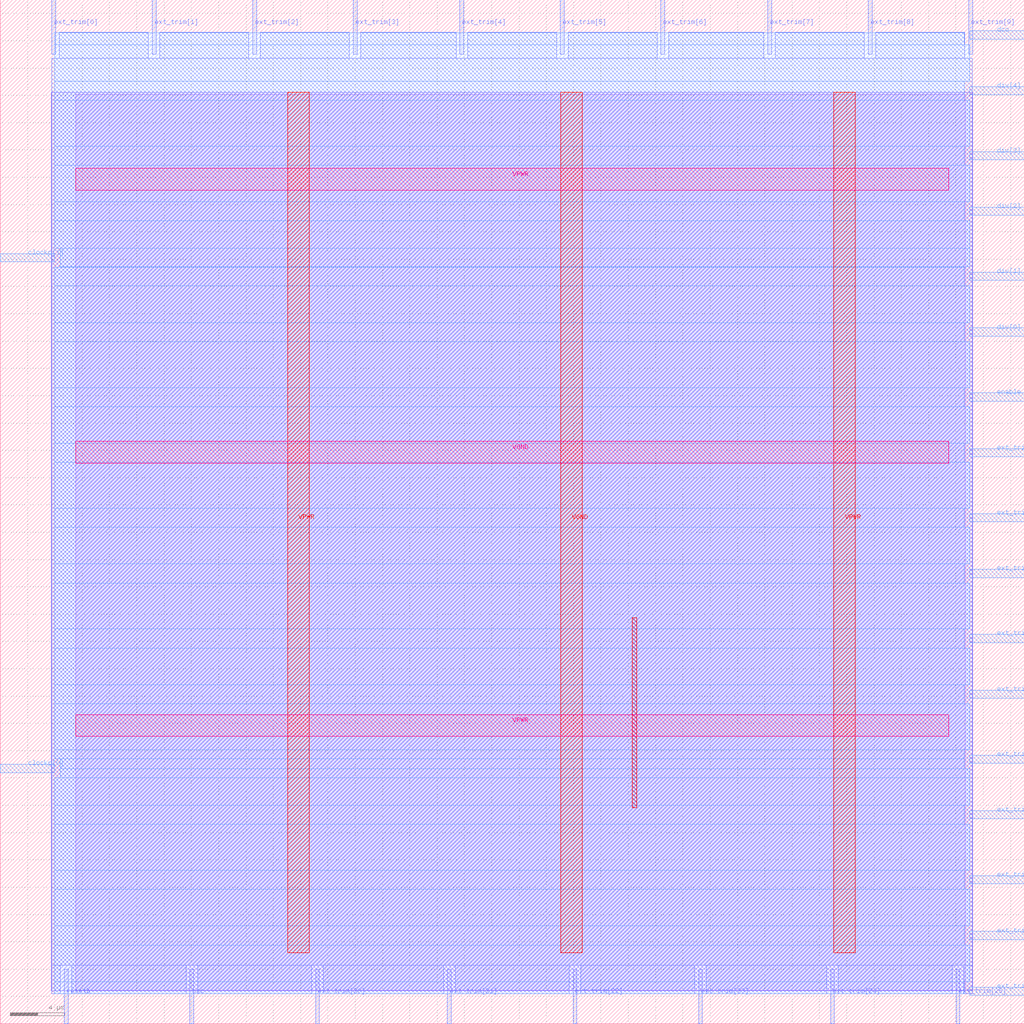
<source format=lef>
VERSION 5.7 ;
  NOWIREEXTENSIONATPIN ON ;
  DIVIDERCHAR "/" ;
  BUSBITCHARS "[]" ;
MACRO digital_pll
  CLASS BLOCK ;
  FOREIGN digital_pll ;
  ORIGIN 0.000 0.000 ;
  SIZE 75.000 BY 75.000 ;
  PIN VGND
    DIRECTION INPUT ;
    USE GROUND ;
    PORT
      LAYER met5 ;
        RECT 5.520 41.050 69.460 42.650 ;
    END
    PORT
      LAYER met4 ;
        RECT 41.040 5.200 42.640 68.240 ;
    END
  END VGND
  PIN VPWR
    DIRECTION INPUT ;
    USE POWER ;
    PORT
      LAYER met5 ;
        RECT 5.520 21.050 69.460 22.650 ;
    END
    PORT
      LAYER met5 ;
        RECT 5.520 61.050 69.460 62.650 ;
    END
    PORT
      LAYER met4 ;
        RECT 21.040 5.200 22.640 68.240 ;
    END
    PORT
      LAYER met4 ;
        RECT 61.040 5.200 62.640 68.240 ;
    END
  END VPWR
  PIN clockp[0]
    DIRECTION OUTPUT TRISTATE ;
    USE SIGNAL ;
    PORT
      LAYER met3 ;
        RECT 0.000 18.400 4.000 19.000 ;
    END
  END clockp[0]
  PIN clockp[1]
    DIRECTION OUTPUT TRISTATE ;
    USE SIGNAL ;
    PORT
      LAYER met3 ;
        RECT 0.000 55.800 4.000 56.400 ;
    END
  END clockp[1]
  PIN dco
    DIRECTION INPUT ;
    USE SIGNAL ;
    PORT
      LAYER met3 ;
        RECT 71.000 72.120 75.000 72.720 ;
    END
  END dco
  PIN div[0]
    DIRECTION INPUT ;
    USE SIGNAL ;
    PORT
      LAYER met3 ;
        RECT 71.000 50.360 75.000 50.960 ;
    END
  END div[0]
  PIN div[1]
    DIRECTION INPUT ;
    USE SIGNAL ;
    PORT
      LAYER met3 ;
        RECT 71.000 54.440 75.000 55.040 ;
    END
  END div[1]
  PIN div[2]
    DIRECTION INPUT ;
    USE SIGNAL ;
    PORT
      LAYER met3 ;
        RECT 71.000 59.200 75.000 59.800 ;
    END
  END div[2]
  PIN div[3]
    DIRECTION INPUT ;
    USE SIGNAL ;
    PORT
      LAYER met3 ;
        RECT 71.000 63.280 75.000 63.880 ;
    END
  END div[3]
  PIN div[4]
    DIRECTION INPUT ;
    USE SIGNAL ;
    PORT
      LAYER met3 ;
        RECT 71.000 68.040 75.000 68.640 ;
    END
  END div[4]
  PIN enable
    DIRECTION INPUT ;
    USE SIGNAL ;
    PORT
      LAYER met3 ;
        RECT 71.000 45.600 75.000 46.200 ;
    END
  END enable
  PIN ext_trim[0]
    DIRECTION INPUT ;
    USE SIGNAL ;
    PORT
      LAYER met2 ;
        RECT 3.770 71.000 4.050 75.000 ;
    END
  END ext_trim[0]
  PIN ext_trim[10]
    DIRECTION INPUT ;
    USE SIGNAL ;
    PORT
      LAYER met3 ;
        RECT 71.000 2.080 75.000 2.680 ;
    END
  END ext_trim[10]
  PIN ext_trim[11]
    DIRECTION INPUT ;
    USE SIGNAL ;
    PORT
      LAYER met3 ;
        RECT 71.000 6.160 75.000 6.760 ;
    END
  END ext_trim[11]
  PIN ext_trim[12]
    DIRECTION INPUT ;
    USE SIGNAL ;
    PORT
      LAYER met3 ;
        RECT 71.000 10.240 75.000 10.840 ;
    END
  END ext_trim[12]
  PIN ext_trim[13]
    DIRECTION INPUT ;
    USE SIGNAL ;
    PORT
      LAYER met3 ;
        RECT 71.000 15.000 75.000 15.600 ;
    END
  END ext_trim[13]
  PIN ext_trim[14]
    DIRECTION INPUT ;
    USE SIGNAL ;
    PORT
      LAYER met3 ;
        RECT 71.000 19.080 75.000 19.680 ;
    END
  END ext_trim[14]
  PIN ext_trim[15]
    DIRECTION INPUT ;
    USE SIGNAL ;
    PORT
      LAYER met3 ;
        RECT 71.000 23.840 75.000 24.440 ;
    END
  END ext_trim[15]
  PIN ext_trim[16]
    DIRECTION INPUT ;
    USE SIGNAL ;
    PORT
      LAYER met3 ;
        RECT 71.000 27.920 75.000 28.520 ;
    END
  END ext_trim[16]
  PIN ext_trim[17]
    DIRECTION INPUT ;
    USE SIGNAL ;
    PORT
      LAYER met3 ;
        RECT 71.000 32.680 75.000 33.280 ;
    END
  END ext_trim[17]
  PIN ext_trim[18]
    DIRECTION INPUT ;
    USE SIGNAL ;
    PORT
      LAYER met3 ;
        RECT 71.000 36.760 75.000 37.360 ;
    END
  END ext_trim[18]
  PIN ext_trim[19]
    DIRECTION INPUT ;
    USE SIGNAL ;
    PORT
      LAYER met3 ;
        RECT 71.000 41.520 75.000 42.120 ;
    END
  END ext_trim[19]
  PIN ext_trim[1]
    DIRECTION INPUT ;
    USE SIGNAL ;
    PORT
      LAYER met2 ;
        RECT 11.130 71.000 11.410 75.000 ;
    END
  END ext_trim[1]
  PIN ext_trim[20]
    DIRECTION INPUT ;
    USE SIGNAL ;
    PORT
      LAYER met2 ;
        RECT 23.090 0.000 23.370 4.000 ;
    END
  END ext_trim[20]
  PIN ext_trim[21]
    DIRECTION INPUT ;
    USE SIGNAL ;
    PORT
      LAYER met2 ;
        RECT 32.750 0.000 33.030 4.000 ;
    END
  END ext_trim[21]
  PIN ext_trim[22]
    DIRECTION INPUT ;
    USE SIGNAL ;
    PORT
      LAYER met2 ;
        RECT 41.950 0.000 42.230 4.000 ;
    END
  END ext_trim[22]
  PIN ext_trim[23]
    DIRECTION INPUT ;
    USE SIGNAL ;
    PORT
      LAYER met2 ;
        RECT 51.150 0.000 51.430 4.000 ;
    END
  END ext_trim[23]
  PIN ext_trim[24]
    DIRECTION INPUT ;
    USE SIGNAL ;
    PORT
      LAYER met2 ;
        RECT 60.810 0.000 61.090 4.000 ;
    END
  END ext_trim[24]
  PIN ext_trim[25]
    DIRECTION INPUT ;
    USE SIGNAL ;
    PORT
      LAYER met2 ;
        RECT 70.010 0.000 70.290 4.000 ;
    END
  END ext_trim[25]
  PIN ext_trim[2]
    DIRECTION INPUT ;
    USE SIGNAL ;
    PORT
      LAYER met2 ;
        RECT 18.490 71.000 18.770 75.000 ;
    END
  END ext_trim[2]
  PIN ext_trim[3]
    DIRECTION INPUT ;
    USE SIGNAL ;
    PORT
      LAYER met2 ;
        RECT 25.850 71.000 26.130 75.000 ;
    END
  END ext_trim[3]
  PIN ext_trim[4]
    DIRECTION INPUT ;
    USE SIGNAL ;
    PORT
      LAYER met2 ;
        RECT 33.670 71.000 33.950 75.000 ;
    END
  END ext_trim[4]
  PIN ext_trim[5]
    DIRECTION INPUT ;
    USE SIGNAL ;
    PORT
      LAYER met2 ;
        RECT 41.030 71.000 41.310 75.000 ;
    END
  END ext_trim[5]
  PIN ext_trim[6]
    DIRECTION INPUT ;
    USE SIGNAL ;
    PORT
      LAYER met2 ;
        RECT 48.390 71.000 48.670 75.000 ;
    END
  END ext_trim[6]
  PIN ext_trim[7]
    DIRECTION INPUT ;
    USE SIGNAL ;
    PORT
      LAYER met2 ;
        RECT 56.210 71.000 56.490 75.000 ;
    END
  END ext_trim[7]
  PIN ext_trim[8]
    DIRECTION INPUT ;
    USE SIGNAL ;
    PORT
      LAYER met2 ;
        RECT 63.570 71.000 63.850 75.000 ;
    END
  END ext_trim[8]
  PIN ext_trim[9]
    DIRECTION INPUT ;
    USE SIGNAL ;
    PORT
      LAYER met2 ;
        RECT 70.930 71.000 71.210 75.000 ;
    END
  END ext_trim[9]
  PIN osc
    DIRECTION INPUT ;
    USE SIGNAL ;
    PORT
      LAYER met2 ;
        RECT 13.890 0.000 14.170 4.000 ;
    END
  END osc
  PIN resetb
    DIRECTION INPUT ;
    USE SIGNAL ;
    PORT
      LAYER met2 ;
        RECT 4.690 0.000 4.970 4.000 ;
    END
  END resetb
  OBS
      LAYER li1 ;
        RECT 5.520 2.465 70.695 68.085 ;
      LAYER met1 ;
        RECT 3.750 2.420 71.230 68.240 ;
      LAYER met2 ;
        RECT 4.330 70.720 10.850 72.605 ;
        RECT 11.690 70.720 18.210 72.605 ;
        RECT 19.050 70.720 25.570 72.605 ;
        RECT 26.410 70.720 33.390 72.605 ;
        RECT 34.230 70.720 40.750 72.605 ;
        RECT 41.590 70.720 48.110 72.605 ;
        RECT 48.950 70.720 55.930 72.605 ;
        RECT 56.770 70.720 63.290 72.605 ;
        RECT 64.130 70.720 70.650 72.605 ;
        RECT 3.780 4.280 71.200 70.720 ;
        RECT 3.780 2.195 4.410 4.280 ;
        RECT 5.250 2.195 13.610 4.280 ;
        RECT 14.450 2.195 22.810 4.280 ;
        RECT 23.650 2.195 32.470 4.280 ;
        RECT 33.310 2.195 41.670 4.280 ;
        RECT 42.510 2.195 50.870 4.280 ;
        RECT 51.710 2.195 60.530 4.280 ;
        RECT 61.370 2.195 69.730 4.280 ;
        RECT 70.570 2.195 71.200 4.280 ;
      LAYER met3 ;
        RECT 4.000 71.720 70.600 72.585 ;
        RECT 4.000 69.040 71.000 71.720 ;
        RECT 4.000 67.640 70.600 69.040 ;
        RECT 4.000 64.280 71.000 67.640 ;
        RECT 4.000 62.880 70.600 64.280 ;
        RECT 4.000 60.200 71.000 62.880 ;
        RECT 4.000 58.800 70.600 60.200 ;
        RECT 4.000 56.800 71.000 58.800 ;
        RECT 4.400 55.440 71.000 56.800 ;
        RECT 4.400 55.400 70.600 55.440 ;
        RECT 4.000 54.040 70.600 55.400 ;
        RECT 4.000 51.360 71.000 54.040 ;
        RECT 4.000 49.960 70.600 51.360 ;
        RECT 4.000 46.600 71.000 49.960 ;
        RECT 4.000 45.200 70.600 46.600 ;
        RECT 4.000 42.520 71.000 45.200 ;
        RECT 4.000 41.120 70.600 42.520 ;
        RECT 4.000 37.760 71.000 41.120 ;
        RECT 4.000 36.360 70.600 37.760 ;
        RECT 4.000 33.680 71.000 36.360 ;
        RECT 4.000 32.280 70.600 33.680 ;
        RECT 4.000 28.920 71.000 32.280 ;
        RECT 4.000 27.520 70.600 28.920 ;
        RECT 4.000 24.840 71.000 27.520 ;
        RECT 4.000 23.440 70.600 24.840 ;
        RECT 4.000 20.080 71.000 23.440 ;
        RECT 4.000 19.400 70.600 20.080 ;
        RECT 4.400 18.680 70.600 19.400 ;
        RECT 4.400 18.000 71.000 18.680 ;
        RECT 4.000 16.000 71.000 18.000 ;
        RECT 4.000 14.600 70.600 16.000 ;
        RECT 4.000 11.240 71.000 14.600 ;
        RECT 4.000 9.840 70.600 11.240 ;
        RECT 4.000 7.160 71.000 9.840 ;
        RECT 4.000 5.760 70.600 7.160 ;
        RECT 4.000 3.080 71.000 5.760 ;
        RECT 4.000 2.215 70.600 3.080 ;
      LAYER met4 ;
        RECT 46.295 15.815 46.625 29.745 ;
  END
END digital_pll
END LIBRARY


</source>
